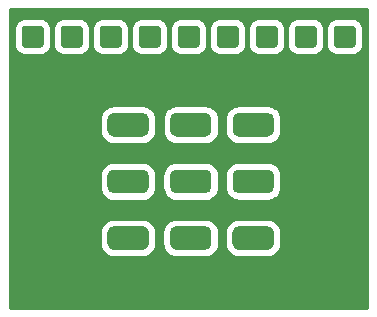
<source format=gbr>
%TF.GenerationSoftware,KiCad,Pcbnew,5.1.7*%
%TF.CreationDate,2020-10-03T21:56:47+01:00*%
%TF.ProjectId,3PDT,33504454-2e6b-4696-9361-645f70636258,V1.0*%
%TF.SameCoordinates,Original*%
%TF.FileFunction,Copper,L2,Bot*%
%TF.FilePolarity,Positive*%
%FSLAX46Y46*%
G04 Gerber Fmt 4.6, Leading zero omitted, Abs format (unit mm)*
G04 Created by KiCad (PCBNEW 5.1.7) date 2020-10-03 21:56:47*
%MOMM*%
%LPD*%
G01*
G04 APERTURE LIST*
%TA.AperFunction,NonConductor*%
%ADD10C,0.254000*%
%TD*%
%TA.AperFunction,NonConductor*%
%ADD11C,0.100000*%
%TD*%
G04 APERTURE END LIST*
%TO.P,J1,1*%
%TO.N,Net-(J1-Pad1)*%
%TA.AperFunction,ComponentPad*%
G36*
G01*
X126583000Y-67223001D02*
X126583000Y-65872999D01*
G75*
G02*
X126832999Y-65623000I249999J0D01*
G01*
X128183001Y-65623000D01*
G75*
G02*
X128433000Y-65872999I0J-249999D01*
G01*
X128433000Y-67223001D01*
G75*
G02*
X128183001Y-67473000I-249999J0D01*
G01*
X126832999Y-67473000D01*
G75*
G02*
X126583000Y-67223001I0J249999D01*
G01*
G37*
%TD.AperFunction*%
%TD*%
%TO.P,J2,1*%
%TO.N,Net-(J2-Pad1)*%
%TA.AperFunction,ComponentPad*%
G36*
G01*
X129885000Y-67223001D02*
X129885000Y-65872999D01*
G75*
G02*
X130134999Y-65623000I249999J0D01*
G01*
X131485001Y-65623000D01*
G75*
G02*
X131735000Y-65872999I0J-249999D01*
G01*
X131735000Y-67223001D01*
G75*
G02*
X131485001Y-67473000I-249999J0D01*
G01*
X130134999Y-67473000D01*
G75*
G02*
X129885000Y-67223001I0J249999D01*
G01*
G37*
%TD.AperFunction*%
%TD*%
%TO.P,J3,1*%
%TO.N,Net-(J3-Pad1)*%
%TA.AperFunction,ComponentPad*%
G36*
G01*
X133187000Y-67223001D02*
X133187000Y-65872999D01*
G75*
G02*
X133436999Y-65623000I249999J0D01*
G01*
X134787001Y-65623000D01*
G75*
G02*
X135037000Y-65872999I0J-249999D01*
G01*
X135037000Y-67223001D01*
G75*
G02*
X134787001Y-67473000I-249999J0D01*
G01*
X133436999Y-67473000D01*
G75*
G02*
X133187000Y-67223001I0J249999D01*
G01*
G37*
%TD.AperFunction*%
%TD*%
%TO.P,J4,1*%
%TO.N,Net-(J4-Pad1)*%
%TA.AperFunction,ComponentPad*%
G36*
G01*
X136489000Y-67223001D02*
X136489000Y-65872999D01*
G75*
G02*
X136738999Y-65623000I249999J0D01*
G01*
X138089001Y-65623000D01*
G75*
G02*
X138339000Y-65872999I0J-249999D01*
G01*
X138339000Y-67223001D01*
G75*
G02*
X138089001Y-67473000I-249999J0D01*
G01*
X136738999Y-67473000D01*
G75*
G02*
X136489000Y-67223001I0J249999D01*
G01*
G37*
%TD.AperFunction*%
%TD*%
%TO.P,J5,1*%
%TO.N,Net-(J5-Pad1)*%
%TA.AperFunction,ComponentPad*%
G36*
G01*
X139791000Y-67223001D02*
X139791000Y-65872999D01*
G75*
G02*
X140040999Y-65623000I249999J0D01*
G01*
X141391001Y-65623000D01*
G75*
G02*
X141641000Y-65872999I0J-249999D01*
G01*
X141641000Y-67223001D01*
G75*
G02*
X141391001Y-67473000I-249999J0D01*
G01*
X140040999Y-67473000D01*
G75*
G02*
X139791000Y-67223001I0J249999D01*
G01*
G37*
%TD.AperFunction*%
%TD*%
%TO.P,J6,1*%
%TO.N,Net-(J6-Pad1)*%
%TA.AperFunction,ComponentPad*%
G36*
G01*
X143093000Y-67223001D02*
X143093000Y-65872999D01*
G75*
G02*
X143342999Y-65623000I249999J0D01*
G01*
X144693001Y-65623000D01*
G75*
G02*
X144943000Y-65872999I0J-249999D01*
G01*
X144943000Y-67223001D01*
G75*
G02*
X144693001Y-67473000I-249999J0D01*
G01*
X143342999Y-67473000D01*
G75*
G02*
X143093000Y-67223001I0J249999D01*
G01*
G37*
%TD.AperFunction*%
%TD*%
%TO.P,J7,1*%
%TO.N,Net-(J7-Pad1)*%
%TA.AperFunction,ComponentPad*%
G36*
G01*
X146395000Y-67223001D02*
X146395000Y-65872999D01*
G75*
G02*
X146644999Y-65623000I249999J0D01*
G01*
X147995001Y-65623000D01*
G75*
G02*
X148245000Y-65872999I0J-249999D01*
G01*
X148245000Y-67223001D01*
G75*
G02*
X147995001Y-67473000I-249999J0D01*
G01*
X146644999Y-67473000D01*
G75*
G02*
X146395000Y-67223001I0J249999D01*
G01*
G37*
%TD.AperFunction*%
%TD*%
%TO.P,J8,1*%
%TO.N,Net-(J8-Pad1)*%
%TA.AperFunction,ComponentPad*%
G36*
G01*
X149697000Y-67223001D02*
X149697000Y-65872999D01*
G75*
G02*
X149946999Y-65623000I249999J0D01*
G01*
X151297001Y-65623000D01*
G75*
G02*
X151547000Y-65872999I0J-249999D01*
G01*
X151547000Y-67223001D01*
G75*
G02*
X151297001Y-67473000I-249999J0D01*
G01*
X149946999Y-67473000D01*
G75*
G02*
X149697000Y-67223001I0J249999D01*
G01*
G37*
%TD.AperFunction*%
%TD*%
%TO.P,J9,1*%
%TO.N,Net-(J9-Pad1)*%
%TA.AperFunction,ComponentPad*%
G36*
G01*
X152999000Y-67223001D02*
X152999000Y-65872999D01*
G75*
G02*
X153248999Y-65623000I249999J0D01*
G01*
X154599001Y-65623000D01*
G75*
G02*
X154849000Y-65872999I0J-249999D01*
G01*
X154849000Y-67223001D01*
G75*
G02*
X154599001Y-67473000I-249999J0D01*
G01*
X153248999Y-67473000D01*
G75*
G02*
X152999000Y-67223001I0J249999D01*
G01*
G37*
%TD.AperFunction*%
%TD*%
%TO.P,sw1,A1*%
%TO.N,Net-(J1-Pad1)*%
%TA.AperFunction,ComponentPad*%
G36*
G01*
X133840280Y-74498420D02*
X133840280Y-73498420D01*
G75*
G02*
X134340280Y-72998420I500000J0D01*
G01*
X136840280Y-72998420D01*
G75*
G02*
X137340280Y-73498420I0J-500000D01*
G01*
X137340280Y-74498420D01*
G75*
G02*
X136840280Y-74998420I-500000J0D01*
G01*
X134340280Y-74998420D01*
G75*
G02*
X133840280Y-74498420I0J500000D01*
G01*
G37*
%TD.AperFunction*%
%TO.P,sw1,A2*%
%TO.N,Net-(J2-Pad1)*%
%TA.AperFunction,ComponentPad*%
G36*
G01*
X133837740Y-79299020D02*
X133837740Y-78299020D01*
G75*
G02*
X134337740Y-77799020I500000J0D01*
G01*
X136837740Y-77799020D01*
G75*
G02*
X137337740Y-78299020I0J-500000D01*
G01*
X137337740Y-79299020D01*
G75*
G02*
X136837740Y-79799020I-500000J0D01*
G01*
X134337740Y-79799020D01*
G75*
G02*
X133837740Y-79299020I0J500000D01*
G01*
G37*
%TD.AperFunction*%
%TO.P,sw1,A3*%
%TO.N,Net-(J3-Pad1)*%
%TA.AperFunction,ComponentPad*%
G36*
G01*
X133838720Y-84093940D02*
X133838720Y-83093940D01*
G75*
G02*
X134338720Y-82593940I500000J0D01*
G01*
X136838720Y-82593940D01*
G75*
G02*
X137338720Y-83093940I0J-500000D01*
G01*
X137338720Y-84093940D01*
G75*
G02*
X136838720Y-84593940I-500000J0D01*
G01*
X134338720Y-84593940D01*
G75*
G02*
X133838720Y-84093940I0J500000D01*
G01*
G37*
%TD.AperFunction*%
%TO.P,sw1,B1*%
%TO.N,Net-(J4-Pad1)*%
%TA.AperFunction,ComponentPad*%
G36*
G01*
X139138720Y-74495880D02*
X139138720Y-73495880D01*
G75*
G02*
X139638720Y-72995880I500000J0D01*
G01*
X142138720Y-72995880D01*
G75*
G02*
X142638720Y-73495880I0J-500000D01*
G01*
X142638720Y-74495880D01*
G75*
G02*
X142138720Y-74995880I-500000J0D01*
G01*
X139638720Y-74995880D01*
G75*
G02*
X139138720Y-74495880I0J500000D01*
G01*
G37*
%TD.AperFunction*%
%TO.P,sw1,C2*%
%TO.N,Net-(J8-Pad1)*%
%TA.AperFunction,ComponentPad*%
G36*
G01*
X144432080Y-79295880D02*
X144432080Y-78295880D01*
G75*
G02*
X144932080Y-77795880I500000J0D01*
G01*
X147432080Y-77795880D01*
G75*
G02*
X147932080Y-78295880I0J-500000D01*
G01*
X147932080Y-79295880D01*
G75*
G02*
X147432080Y-79795880I-500000J0D01*
G01*
X144932080Y-79795880D01*
G75*
G02*
X144432080Y-79295880I0J500000D01*
G01*
G37*
%TD.AperFunction*%
%TO.P,sw1,B2*%
%TO.N,Net-(J5-Pad1)*%
%TA.AperFunction,ComponentPad*%
G36*
G01*
X139134520Y-79298420D02*
X139134520Y-78298420D01*
G75*
G02*
X139634520Y-77798420I500000J0D01*
G01*
X142134520Y-77798420D01*
G75*
G02*
X142634520Y-78298420I0J-500000D01*
G01*
X142634520Y-79298420D01*
G75*
G02*
X142134520Y-79798420I-500000J0D01*
G01*
X139634520Y-79798420D01*
G75*
G02*
X139134520Y-79298420I0J500000D01*
G01*
G37*
%TD.AperFunction*%
%TO.P,sw1,B3*%
%TO.N,Net-(J6-Pad1)*%
%TA.AperFunction,ComponentPad*%
G36*
G01*
X139133640Y-84086320D02*
X139133640Y-83086320D01*
G75*
G02*
X139633640Y-82586320I500000J0D01*
G01*
X142133640Y-82586320D01*
G75*
G02*
X142633640Y-83086320I0J-500000D01*
G01*
X142633640Y-84086320D01*
G75*
G02*
X142133640Y-84586320I-500000J0D01*
G01*
X139633640Y-84586320D01*
G75*
G02*
X139133640Y-84086320I0J500000D01*
G01*
G37*
%TD.AperFunction*%
%TO.P,sw1,C3*%
%TO.N,Net-(J9-Pad1)*%
%TA.AperFunction,ComponentPad*%
G36*
G01*
X144424460Y-84096480D02*
X144424460Y-83096480D01*
G75*
G02*
X144924460Y-82596480I500000J0D01*
G01*
X147424460Y-82596480D01*
G75*
G02*
X147924460Y-83096480I0J-500000D01*
G01*
X147924460Y-84096480D01*
G75*
G02*
X147424460Y-84596480I-500000J0D01*
G01*
X144924460Y-84596480D01*
G75*
G02*
X144424460Y-84096480I0J500000D01*
G01*
G37*
%TD.AperFunction*%
%TO.P,sw1,C1*%
%TO.N,Net-(J7-Pad1)*%
%TA.AperFunction,ComponentPad*%
G36*
G01*
X144431240Y-74496480D02*
X144431240Y-73496480D01*
G75*
G02*
X144931240Y-72996480I500000J0D01*
G01*
X147431240Y-72996480D01*
G75*
G02*
X147931240Y-73496480I0J-500000D01*
G01*
X147931240Y-74496480D01*
G75*
G02*
X147431240Y-74996480I-500000J0D01*
G01*
X144931240Y-74996480D01*
G75*
G02*
X144431240Y-74496480I0J500000D01*
G01*
G37*
%TD.AperFunction*%
%TD*%
D10*
X155804001Y-89510000D02*
X125628000Y-89510000D01*
X125628000Y-83093940D01*
X133200648Y-83093940D01*
X133200648Y-84093940D01*
X133222516Y-84315967D01*
X133287279Y-84529461D01*
X133392448Y-84726219D01*
X133533982Y-84898678D01*
X133706441Y-85040212D01*
X133903199Y-85145381D01*
X134116693Y-85210144D01*
X134338720Y-85232012D01*
X136838720Y-85232012D01*
X137060747Y-85210144D01*
X137274241Y-85145381D01*
X137470999Y-85040212D01*
X137643458Y-84898678D01*
X137784992Y-84726219D01*
X137890161Y-84529461D01*
X137954924Y-84315967D01*
X137976792Y-84093940D01*
X137976792Y-83093940D01*
X137976042Y-83086320D01*
X138495568Y-83086320D01*
X138495568Y-84086320D01*
X138517436Y-84308347D01*
X138582199Y-84521841D01*
X138687368Y-84718599D01*
X138828902Y-84891058D01*
X139001361Y-85032592D01*
X139198119Y-85137761D01*
X139411613Y-85202524D01*
X139633640Y-85224392D01*
X142133640Y-85224392D01*
X142355667Y-85202524D01*
X142569161Y-85137761D01*
X142765919Y-85032592D01*
X142938378Y-84891058D01*
X143079912Y-84718599D01*
X143185081Y-84521841D01*
X143249844Y-84308347D01*
X143271712Y-84086320D01*
X143271712Y-83096480D01*
X143786388Y-83096480D01*
X143786388Y-84096480D01*
X143808256Y-84318507D01*
X143873019Y-84532001D01*
X143978188Y-84728759D01*
X144119722Y-84901218D01*
X144292181Y-85042752D01*
X144488939Y-85147921D01*
X144702433Y-85212684D01*
X144924460Y-85234552D01*
X147424460Y-85234552D01*
X147646487Y-85212684D01*
X147859981Y-85147921D01*
X148056739Y-85042752D01*
X148229198Y-84901218D01*
X148370732Y-84728759D01*
X148475901Y-84532001D01*
X148540664Y-84318507D01*
X148562532Y-84096480D01*
X148562532Y-83096480D01*
X148540664Y-82874453D01*
X148475901Y-82660959D01*
X148370732Y-82464201D01*
X148229198Y-82291742D01*
X148056739Y-82150208D01*
X147859981Y-82045039D01*
X147646487Y-81980276D01*
X147424460Y-81958408D01*
X144924460Y-81958408D01*
X144702433Y-81980276D01*
X144488939Y-82045039D01*
X144292181Y-82150208D01*
X144119722Y-82291742D01*
X143978188Y-82464201D01*
X143873019Y-82660959D01*
X143808256Y-82874453D01*
X143786388Y-83096480D01*
X143271712Y-83096480D01*
X143271712Y-83086320D01*
X143249844Y-82864293D01*
X143185081Y-82650799D01*
X143079912Y-82454041D01*
X142938378Y-82281582D01*
X142765919Y-82140048D01*
X142569161Y-82034879D01*
X142355667Y-81970116D01*
X142133640Y-81948248D01*
X139633640Y-81948248D01*
X139411613Y-81970116D01*
X139198119Y-82034879D01*
X139001361Y-82140048D01*
X138828902Y-82281582D01*
X138687368Y-82454041D01*
X138582199Y-82650799D01*
X138517436Y-82864293D01*
X138495568Y-83086320D01*
X137976042Y-83086320D01*
X137954924Y-82871913D01*
X137890161Y-82658419D01*
X137784992Y-82461661D01*
X137643458Y-82289202D01*
X137470999Y-82147668D01*
X137274241Y-82042499D01*
X137060747Y-81977736D01*
X136838720Y-81955868D01*
X134338720Y-81955868D01*
X134116693Y-81977736D01*
X133903199Y-82042499D01*
X133706441Y-82147668D01*
X133533982Y-82289202D01*
X133392448Y-82461661D01*
X133287279Y-82658419D01*
X133222516Y-82871913D01*
X133200648Y-83093940D01*
X125628000Y-83093940D01*
X125628000Y-78299020D01*
X133199668Y-78299020D01*
X133199668Y-79299020D01*
X133221536Y-79521047D01*
X133286299Y-79734541D01*
X133391468Y-79931299D01*
X133533002Y-80103758D01*
X133705461Y-80245292D01*
X133902219Y-80350461D01*
X134115713Y-80415224D01*
X134337740Y-80437092D01*
X136837740Y-80437092D01*
X137059767Y-80415224D01*
X137273261Y-80350461D01*
X137470019Y-80245292D01*
X137642478Y-80103758D01*
X137784012Y-79931299D01*
X137889181Y-79734541D01*
X137953944Y-79521047D01*
X137975812Y-79299020D01*
X137975812Y-78299020D01*
X137975753Y-78298420D01*
X138496448Y-78298420D01*
X138496448Y-79298420D01*
X138518316Y-79520447D01*
X138583079Y-79733941D01*
X138688248Y-79930699D01*
X138829782Y-80103158D01*
X139002241Y-80244692D01*
X139198999Y-80349861D01*
X139412493Y-80414624D01*
X139634520Y-80436492D01*
X142134520Y-80436492D01*
X142356547Y-80414624D01*
X142570041Y-80349861D01*
X142766799Y-80244692D01*
X142939258Y-80103158D01*
X143080792Y-79930699D01*
X143185961Y-79733941D01*
X143250724Y-79520447D01*
X143272592Y-79298420D01*
X143272592Y-78298420D01*
X143272342Y-78295880D01*
X143794008Y-78295880D01*
X143794008Y-79295880D01*
X143815876Y-79517907D01*
X143880639Y-79731401D01*
X143985808Y-79928159D01*
X144127342Y-80100618D01*
X144299801Y-80242152D01*
X144496559Y-80347321D01*
X144710053Y-80412084D01*
X144932080Y-80433952D01*
X147432080Y-80433952D01*
X147654107Y-80412084D01*
X147867601Y-80347321D01*
X148064359Y-80242152D01*
X148236818Y-80100618D01*
X148378352Y-79928159D01*
X148483521Y-79731401D01*
X148548284Y-79517907D01*
X148570152Y-79295880D01*
X148570152Y-78295880D01*
X148548284Y-78073853D01*
X148483521Y-77860359D01*
X148378352Y-77663601D01*
X148236818Y-77491142D01*
X148064359Y-77349608D01*
X147867601Y-77244439D01*
X147654107Y-77179676D01*
X147432080Y-77157808D01*
X144932080Y-77157808D01*
X144710053Y-77179676D01*
X144496559Y-77244439D01*
X144299801Y-77349608D01*
X144127342Y-77491142D01*
X143985808Y-77663601D01*
X143880639Y-77860359D01*
X143815876Y-78073853D01*
X143794008Y-78295880D01*
X143272342Y-78295880D01*
X143250724Y-78076393D01*
X143185961Y-77862899D01*
X143080792Y-77666141D01*
X142939258Y-77493682D01*
X142766799Y-77352148D01*
X142570041Y-77246979D01*
X142356547Y-77182216D01*
X142134520Y-77160348D01*
X139634520Y-77160348D01*
X139412493Y-77182216D01*
X139198999Y-77246979D01*
X139002241Y-77352148D01*
X138829782Y-77493682D01*
X138688248Y-77666141D01*
X138583079Y-77862899D01*
X138518316Y-78076393D01*
X138496448Y-78298420D01*
X137975753Y-78298420D01*
X137953944Y-78076993D01*
X137889181Y-77863499D01*
X137784012Y-77666741D01*
X137642478Y-77494282D01*
X137470019Y-77352748D01*
X137273261Y-77247579D01*
X137059767Y-77182816D01*
X136837740Y-77160948D01*
X134337740Y-77160948D01*
X134115713Y-77182816D01*
X133902219Y-77247579D01*
X133705461Y-77352748D01*
X133533002Y-77494282D01*
X133391468Y-77666741D01*
X133286299Y-77863499D01*
X133221536Y-78076993D01*
X133199668Y-78299020D01*
X125628000Y-78299020D01*
X125628000Y-73498420D01*
X133202208Y-73498420D01*
X133202208Y-74498420D01*
X133224076Y-74720447D01*
X133288839Y-74933941D01*
X133394008Y-75130699D01*
X133535542Y-75303158D01*
X133708001Y-75444692D01*
X133904759Y-75549861D01*
X134118253Y-75614624D01*
X134340280Y-75636492D01*
X136840280Y-75636492D01*
X137062307Y-75614624D01*
X137275801Y-75549861D01*
X137472559Y-75444692D01*
X137645018Y-75303158D01*
X137786552Y-75130699D01*
X137891721Y-74933941D01*
X137956484Y-74720447D01*
X137978352Y-74498420D01*
X137978352Y-73498420D01*
X137978102Y-73495880D01*
X138500648Y-73495880D01*
X138500648Y-74495880D01*
X138522516Y-74717907D01*
X138587279Y-74931401D01*
X138692448Y-75128159D01*
X138833982Y-75300618D01*
X139006441Y-75442152D01*
X139203199Y-75547321D01*
X139416693Y-75612084D01*
X139638720Y-75633952D01*
X142138720Y-75633952D01*
X142360747Y-75612084D01*
X142574241Y-75547321D01*
X142770999Y-75442152D01*
X142943458Y-75300618D01*
X143084992Y-75128159D01*
X143190161Y-74931401D01*
X143254924Y-74717907D01*
X143276792Y-74495880D01*
X143276792Y-73496480D01*
X143793168Y-73496480D01*
X143793168Y-74496480D01*
X143815036Y-74718507D01*
X143879799Y-74932001D01*
X143984968Y-75128759D01*
X144126502Y-75301218D01*
X144298961Y-75442752D01*
X144495719Y-75547921D01*
X144709213Y-75612684D01*
X144931240Y-75634552D01*
X147431240Y-75634552D01*
X147653267Y-75612684D01*
X147866761Y-75547921D01*
X148063519Y-75442752D01*
X148235978Y-75301218D01*
X148377512Y-75128759D01*
X148482681Y-74932001D01*
X148547444Y-74718507D01*
X148569312Y-74496480D01*
X148569312Y-73496480D01*
X148547444Y-73274453D01*
X148482681Y-73060959D01*
X148377512Y-72864201D01*
X148235978Y-72691742D01*
X148063519Y-72550208D01*
X147866761Y-72445039D01*
X147653267Y-72380276D01*
X147431240Y-72358408D01*
X144931240Y-72358408D01*
X144709213Y-72380276D01*
X144495719Y-72445039D01*
X144298961Y-72550208D01*
X144126502Y-72691742D01*
X143984968Y-72864201D01*
X143879799Y-73060959D01*
X143815036Y-73274453D01*
X143793168Y-73496480D01*
X143276792Y-73496480D01*
X143276792Y-73495880D01*
X143254924Y-73273853D01*
X143190161Y-73060359D01*
X143084992Y-72863601D01*
X142943458Y-72691142D01*
X142770999Y-72549608D01*
X142574241Y-72444439D01*
X142360747Y-72379676D01*
X142138720Y-72357808D01*
X139638720Y-72357808D01*
X139416693Y-72379676D01*
X139203199Y-72444439D01*
X139006441Y-72549608D01*
X138833982Y-72691142D01*
X138692448Y-72863601D01*
X138587279Y-73060359D01*
X138522516Y-73273853D01*
X138500648Y-73495880D01*
X137978102Y-73495880D01*
X137956484Y-73276393D01*
X137891721Y-73062899D01*
X137786552Y-72866141D01*
X137645018Y-72693682D01*
X137472559Y-72552148D01*
X137275801Y-72446979D01*
X137062307Y-72382216D01*
X136840280Y-72360348D01*
X134340280Y-72360348D01*
X134118253Y-72382216D01*
X133904759Y-72446979D01*
X133708001Y-72552148D01*
X133535542Y-72693682D01*
X133394008Y-72866141D01*
X133288839Y-73062899D01*
X133224076Y-73276393D01*
X133202208Y-73498420D01*
X125628000Y-73498420D01*
X125628000Y-65872999D01*
X125944928Y-65872999D01*
X125944928Y-67223001D01*
X125961992Y-67396255D01*
X126012528Y-67562851D01*
X126094595Y-67716387D01*
X126205038Y-67850962D01*
X126339613Y-67961405D01*
X126493149Y-68043472D01*
X126659745Y-68094008D01*
X126832999Y-68111072D01*
X128183001Y-68111072D01*
X128356255Y-68094008D01*
X128522851Y-68043472D01*
X128676387Y-67961405D01*
X128810962Y-67850962D01*
X128921405Y-67716387D01*
X129003472Y-67562851D01*
X129054008Y-67396255D01*
X129071072Y-67223001D01*
X129071072Y-65872999D01*
X129246928Y-65872999D01*
X129246928Y-67223001D01*
X129263992Y-67396255D01*
X129314528Y-67562851D01*
X129396595Y-67716387D01*
X129507038Y-67850962D01*
X129641613Y-67961405D01*
X129795149Y-68043472D01*
X129961745Y-68094008D01*
X130134999Y-68111072D01*
X131485001Y-68111072D01*
X131658255Y-68094008D01*
X131824851Y-68043472D01*
X131978387Y-67961405D01*
X132112962Y-67850962D01*
X132223405Y-67716387D01*
X132305472Y-67562851D01*
X132356008Y-67396255D01*
X132373072Y-67223001D01*
X132373072Y-65872999D01*
X132548928Y-65872999D01*
X132548928Y-67223001D01*
X132565992Y-67396255D01*
X132616528Y-67562851D01*
X132698595Y-67716387D01*
X132809038Y-67850962D01*
X132943613Y-67961405D01*
X133097149Y-68043472D01*
X133263745Y-68094008D01*
X133436999Y-68111072D01*
X134787001Y-68111072D01*
X134960255Y-68094008D01*
X135126851Y-68043472D01*
X135280387Y-67961405D01*
X135414962Y-67850962D01*
X135525405Y-67716387D01*
X135607472Y-67562851D01*
X135658008Y-67396255D01*
X135675072Y-67223001D01*
X135675072Y-65872999D01*
X135850928Y-65872999D01*
X135850928Y-67223001D01*
X135867992Y-67396255D01*
X135918528Y-67562851D01*
X136000595Y-67716387D01*
X136111038Y-67850962D01*
X136245613Y-67961405D01*
X136399149Y-68043472D01*
X136565745Y-68094008D01*
X136738999Y-68111072D01*
X138089001Y-68111072D01*
X138262255Y-68094008D01*
X138428851Y-68043472D01*
X138582387Y-67961405D01*
X138716962Y-67850962D01*
X138827405Y-67716387D01*
X138909472Y-67562851D01*
X138960008Y-67396255D01*
X138977072Y-67223001D01*
X138977072Y-65872999D01*
X139152928Y-65872999D01*
X139152928Y-67223001D01*
X139169992Y-67396255D01*
X139220528Y-67562851D01*
X139302595Y-67716387D01*
X139413038Y-67850962D01*
X139547613Y-67961405D01*
X139701149Y-68043472D01*
X139867745Y-68094008D01*
X140040999Y-68111072D01*
X141391001Y-68111072D01*
X141564255Y-68094008D01*
X141730851Y-68043472D01*
X141884387Y-67961405D01*
X142018962Y-67850962D01*
X142129405Y-67716387D01*
X142211472Y-67562851D01*
X142262008Y-67396255D01*
X142279072Y-67223001D01*
X142279072Y-65872999D01*
X142454928Y-65872999D01*
X142454928Y-67223001D01*
X142471992Y-67396255D01*
X142522528Y-67562851D01*
X142604595Y-67716387D01*
X142715038Y-67850962D01*
X142849613Y-67961405D01*
X143003149Y-68043472D01*
X143169745Y-68094008D01*
X143342999Y-68111072D01*
X144693001Y-68111072D01*
X144866255Y-68094008D01*
X145032851Y-68043472D01*
X145186387Y-67961405D01*
X145320962Y-67850962D01*
X145431405Y-67716387D01*
X145513472Y-67562851D01*
X145564008Y-67396255D01*
X145581072Y-67223001D01*
X145581072Y-65872999D01*
X145756928Y-65872999D01*
X145756928Y-67223001D01*
X145773992Y-67396255D01*
X145824528Y-67562851D01*
X145906595Y-67716387D01*
X146017038Y-67850962D01*
X146151613Y-67961405D01*
X146305149Y-68043472D01*
X146471745Y-68094008D01*
X146644999Y-68111072D01*
X147995001Y-68111072D01*
X148168255Y-68094008D01*
X148334851Y-68043472D01*
X148488387Y-67961405D01*
X148622962Y-67850962D01*
X148733405Y-67716387D01*
X148815472Y-67562851D01*
X148866008Y-67396255D01*
X148883072Y-67223001D01*
X148883072Y-65872999D01*
X149058928Y-65872999D01*
X149058928Y-67223001D01*
X149075992Y-67396255D01*
X149126528Y-67562851D01*
X149208595Y-67716387D01*
X149319038Y-67850962D01*
X149453613Y-67961405D01*
X149607149Y-68043472D01*
X149773745Y-68094008D01*
X149946999Y-68111072D01*
X151297001Y-68111072D01*
X151470255Y-68094008D01*
X151636851Y-68043472D01*
X151790387Y-67961405D01*
X151924962Y-67850962D01*
X152035405Y-67716387D01*
X152117472Y-67562851D01*
X152168008Y-67396255D01*
X152185072Y-67223001D01*
X152185072Y-65872999D01*
X152360928Y-65872999D01*
X152360928Y-67223001D01*
X152377992Y-67396255D01*
X152428528Y-67562851D01*
X152510595Y-67716387D01*
X152621038Y-67850962D01*
X152755613Y-67961405D01*
X152909149Y-68043472D01*
X153075745Y-68094008D01*
X153248999Y-68111072D01*
X154599001Y-68111072D01*
X154772255Y-68094008D01*
X154938851Y-68043472D01*
X155092387Y-67961405D01*
X155226962Y-67850962D01*
X155337405Y-67716387D01*
X155419472Y-67562851D01*
X155470008Y-67396255D01*
X155487072Y-67223001D01*
X155487072Y-65872999D01*
X155470008Y-65699745D01*
X155419472Y-65533149D01*
X155337405Y-65379613D01*
X155226962Y-65245038D01*
X155092387Y-65134595D01*
X154938851Y-65052528D01*
X154772255Y-65001992D01*
X154599001Y-64984928D01*
X153248999Y-64984928D01*
X153075745Y-65001992D01*
X152909149Y-65052528D01*
X152755613Y-65134595D01*
X152621038Y-65245038D01*
X152510595Y-65379613D01*
X152428528Y-65533149D01*
X152377992Y-65699745D01*
X152360928Y-65872999D01*
X152185072Y-65872999D01*
X152168008Y-65699745D01*
X152117472Y-65533149D01*
X152035405Y-65379613D01*
X151924962Y-65245038D01*
X151790387Y-65134595D01*
X151636851Y-65052528D01*
X151470255Y-65001992D01*
X151297001Y-64984928D01*
X149946999Y-64984928D01*
X149773745Y-65001992D01*
X149607149Y-65052528D01*
X149453613Y-65134595D01*
X149319038Y-65245038D01*
X149208595Y-65379613D01*
X149126528Y-65533149D01*
X149075992Y-65699745D01*
X149058928Y-65872999D01*
X148883072Y-65872999D01*
X148866008Y-65699745D01*
X148815472Y-65533149D01*
X148733405Y-65379613D01*
X148622962Y-65245038D01*
X148488387Y-65134595D01*
X148334851Y-65052528D01*
X148168255Y-65001992D01*
X147995001Y-64984928D01*
X146644999Y-64984928D01*
X146471745Y-65001992D01*
X146305149Y-65052528D01*
X146151613Y-65134595D01*
X146017038Y-65245038D01*
X145906595Y-65379613D01*
X145824528Y-65533149D01*
X145773992Y-65699745D01*
X145756928Y-65872999D01*
X145581072Y-65872999D01*
X145564008Y-65699745D01*
X145513472Y-65533149D01*
X145431405Y-65379613D01*
X145320962Y-65245038D01*
X145186387Y-65134595D01*
X145032851Y-65052528D01*
X144866255Y-65001992D01*
X144693001Y-64984928D01*
X143342999Y-64984928D01*
X143169745Y-65001992D01*
X143003149Y-65052528D01*
X142849613Y-65134595D01*
X142715038Y-65245038D01*
X142604595Y-65379613D01*
X142522528Y-65533149D01*
X142471992Y-65699745D01*
X142454928Y-65872999D01*
X142279072Y-65872999D01*
X142262008Y-65699745D01*
X142211472Y-65533149D01*
X142129405Y-65379613D01*
X142018962Y-65245038D01*
X141884387Y-65134595D01*
X141730851Y-65052528D01*
X141564255Y-65001992D01*
X141391001Y-64984928D01*
X140040999Y-64984928D01*
X139867745Y-65001992D01*
X139701149Y-65052528D01*
X139547613Y-65134595D01*
X139413038Y-65245038D01*
X139302595Y-65379613D01*
X139220528Y-65533149D01*
X139169992Y-65699745D01*
X139152928Y-65872999D01*
X138977072Y-65872999D01*
X138960008Y-65699745D01*
X138909472Y-65533149D01*
X138827405Y-65379613D01*
X138716962Y-65245038D01*
X138582387Y-65134595D01*
X138428851Y-65052528D01*
X138262255Y-65001992D01*
X138089001Y-64984928D01*
X136738999Y-64984928D01*
X136565745Y-65001992D01*
X136399149Y-65052528D01*
X136245613Y-65134595D01*
X136111038Y-65245038D01*
X136000595Y-65379613D01*
X135918528Y-65533149D01*
X135867992Y-65699745D01*
X135850928Y-65872999D01*
X135675072Y-65872999D01*
X135658008Y-65699745D01*
X135607472Y-65533149D01*
X135525405Y-65379613D01*
X135414962Y-65245038D01*
X135280387Y-65134595D01*
X135126851Y-65052528D01*
X134960255Y-65001992D01*
X134787001Y-64984928D01*
X133436999Y-64984928D01*
X133263745Y-65001992D01*
X133097149Y-65052528D01*
X132943613Y-65134595D01*
X132809038Y-65245038D01*
X132698595Y-65379613D01*
X132616528Y-65533149D01*
X132565992Y-65699745D01*
X132548928Y-65872999D01*
X132373072Y-65872999D01*
X132356008Y-65699745D01*
X132305472Y-65533149D01*
X132223405Y-65379613D01*
X132112962Y-65245038D01*
X131978387Y-65134595D01*
X131824851Y-65052528D01*
X131658255Y-65001992D01*
X131485001Y-64984928D01*
X130134999Y-64984928D01*
X129961745Y-65001992D01*
X129795149Y-65052528D01*
X129641613Y-65134595D01*
X129507038Y-65245038D01*
X129396595Y-65379613D01*
X129314528Y-65533149D01*
X129263992Y-65699745D01*
X129246928Y-65872999D01*
X129071072Y-65872999D01*
X129054008Y-65699745D01*
X129003472Y-65533149D01*
X128921405Y-65379613D01*
X128810962Y-65245038D01*
X128676387Y-65134595D01*
X128522851Y-65052528D01*
X128356255Y-65001992D01*
X128183001Y-64984928D01*
X126832999Y-64984928D01*
X126659745Y-65001992D01*
X126493149Y-65052528D01*
X126339613Y-65134595D01*
X126205038Y-65245038D01*
X126094595Y-65379613D01*
X126012528Y-65533149D01*
X125961992Y-65699745D01*
X125944928Y-65872999D01*
X125628000Y-65872999D01*
X125628000Y-64160000D01*
X155804000Y-64160000D01*
X155804001Y-89510000D01*
%TA.AperFunction,NonConductor*%
D11*
G36*
X155804001Y-89510000D02*
G01*
X125628000Y-89510000D01*
X125628000Y-83093940D01*
X133200648Y-83093940D01*
X133200648Y-84093940D01*
X133222516Y-84315967D01*
X133287279Y-84529461D01*
X133392448Y-84726219D01*
X133533982Y-84898678D01*
X133706441Y-85040212D01*
X133903199Y-85145381D01*
X134116693Y-85210144D01*
X134338720Y-85232012D01*
X136838720Y-85232012D01*
X137060747Y-85210144D01*
X137274241Y-85145381D01*
X137470999Y-85040212D01*
X137643458Y-84898678D01*
X137784992Y-84726219D01*
X137890161Y-84529461D01*
X137954924Y-84315967D01*
X137976792Y-84093940D01*
X137976792Y-83093940D01*
X137976042Y-83086320D01*
X138495568Y-83086320D01*
X138495568Y-84086320D01*
X138517436Y-84308347D01*
X138582199Y-84521841D01*
X138687368Y-84718599D01*
X138828902Y-84891058D01*
X139001361Y-85032592D01*
X139198119Y-85137761D01*
X139411613Y-85202524D01*
X139633640Y-85224392D01*
X142133640Y-85224392D01*
X142355667Y-85202524D01*
X142569161Y-85137761D01*
X142765919Y-85032592D01*
X142938378Y-84891058D01*
X143079912Y-84718599D01*
X143185081Y-84521841D01*
X143249844Y-84308347D01*
X143271712Y-84086320D01*
X143271712Y-83096480D01*
X143786388Y-83096480D01*
X143786388Y-84096480D01*
X143808256Y-84318507D01*
X143873019Y-84532001D01*
X143978188Y-84728759D01*
X144119722Y-84901218D01*
X144292181Y-85042752D01*
X144488939Y-85147921D01*
X144702433Y-85212684D01*
X144924460Y-85234552D01*
X147424460Y-85234552D01*
X147646487Y-85212684D01*
X147859981Y-85147921D01*
X148056739Y-85042752D01*
X148229198Y-84901218D01*
X148370732Y-84728759D01*
X148475901Y-84532001D01*
X148540664Y-84318507D01*
X148562532Y-84096480D01*
X148562532Y-83096480D01*
X148540664Y-82874453D01*
X148475901Y-82660959D01*
X148370732Y-82464201D01*
X148229198Y-82291742D01*
X148056739Y-82150208D01*
X147859981Y-82045039D01*
X147646487Y-81980276D01*
X147424460Y-81958408D01*
X144924460Y-81958408D01*
X144702433Y-81980276D01*
X144488939Y-82045039D01*
X144292181Y-82150208D01*
X144119722Y-82291742D01*
X143978188Y-82464201D01*
X143873019Y-82660959D01*
X143808256Y-82874453D01*
X143786388Y-83096480D01*
X143271712Y-83096480D01*
X143271712Y-83086320D01*
X143249844Y-82864293D01*
X143185081Y-82650799D01*
X143079912Y-82454041D01*
X142938378Y-82281582D01*
X142765919Y-82140048D01*
X142569161Y-82034879D01*
X142355667Y-81970116D01*
X142133640Y-81948248D01*
X139633640Y-81948248D01*
X139411613Y-81970116D01*
X139198119Y-82034879D01*
X139001361Y-82140048D01*
X138828902Y-82281582D01*
X138687368Y-82454041D01*
X138582199Y-82650799D01*
X138517436Y-82864293D01*
X138495568Y-83086320D01*
X137976042Y-83086320D01*
X137954924Y-82871913D01*
X137890161Y-82658419D01*
X137784992Y-82461661D01*
X137643458Y-82289202D01*
X137470999Y-82147668D01*
X137274241Y-82042499D01*
X137060747Y-81977736D01*
X136838720Y-81955868D01*
X134338720Y-81955868D01*
X134116693Y-81977736D01*
X133903199Y-82042499D01*
X133706441Y-82147668D01*
X133533982Y-82289202D01*
X133392448Y-82461661D01*
X133287279Y-82658419D01*
X133222516Y-82871913D01*
X133200648Y-83093940D01*
X125628000Y-83093940D01*
X125628000Y-78299020D01*
X133199668Y-78299020D01*
X133199668Y-79299020D01*
X133221536Y-79521047D01*
X133286299Y-79734541D01*
X133391468Y-79931299D01*
X133533002Y-80103758D01*
X133705461Y-80245292D01*
X133902219Y-80350461D01*
X134115713Y-80415224D01*
X134337740Y-80437092D01*
X136837740Y-80437092D01*
X137059767Y-80415224D01*
X137273261Y-80350461D01*
X137470019Y-80245292D01*
X137642478Y-80103758D01*
X137784012Y-79931299D01*
X137889181Y-79734541D01*
X137953944Y-79521047D01*
X137975812Y-79299020D01*
X137975812Y-78299020D01*
X137975753Y-78298420D01*
X138496448Y-78298420D01*
X138496448Y-79298420D01*
X138518316Y-79520447D01*
X138583079Y-79733941D01*
X138688248Y-79930699D01*
X138829782Y-80103158D01*
X139002241Y-80244692D01*
X139198999Y-80349861D01*
X139412493Y-80414624D01*
X139634520Y-80436492D01*
X142134520Y-80436492D01*
X142356547Y-80414624D01*
X142570041Y-80349861D01*
X142766799Y-80244692D01*
X142939258Y-80103158D01*
X143080792Y-79930699D01*
X143185961Y-79733941D01*
X143250724Y-79520447D01*
X143272592Y-79298420D01*
X143272592Y-78298420D01*
X143272342Y-78295880D01*
X143794008Y-78295880D01*
X143794008Y-79295880D01*
X143815876Y-79517907D01*
X143880639Y-79731401D01*
X143985808Y-79928159D01*
X144127342Y-80100618D01*
X144299801Y-80242152D01*
X144496559Y-80347321D01*
X144710053Y-80412084D01*
X144932080Y-80433952D01*
X147432080Y-80433952D01*
X147654107Y-80412084D01*
X147867601Y-80347321D01*
X148064359Y-80242152D01*
X148236818Y-80100618D01*
X148378352Y-79928159D01*
X148483521Y-79731401D01*
X148548284Y-79517907D01*
X148570152Y-79295880D01*
X148570152Y-78295880D01*
X148548284Y-78073853D01*
X148483521Y-77860359D01*
X148378352Y-77663601D01*
X148236818Y-77491142D01*
X148064359Y-77349608D01*
X147867601Y-77244439D01*
X147654107Y-77179676D01*
X147432080Y-77157808D01*
X144932080Y-77157808D01*
X144710053Y-77179676D01*
X144496559Y-77244439D01*
X144299801Y-77349608D01*
X144127342Y-77491142D01*
X143985808Y-77663601D01*
X143880639Y-77860359D01*
X143815876Y-78073853D01*
X143794008Y-78295880D01*
X143272342Y-78295880D01*
X143250724Y-78076393D01*
X143185961Y-77862899D01*
X143080792Y-77666141D01*
X142939258Y-77493682D01*
X142766799Y-77352148D01*
X142570041Y-77246979D01*
X142356547Y-77182216D01*
X142134520Y-77160348D01*
X139634520Y-77160348D01*
X139412493Y-77182216D01*
X139198999Y-77246979D01*
X139002241Y-77352148D01*
X138829782Y-77493682D01*
X138688248Y-77666141D01*
X138583079Y-77862899D01*
X138518316Y-78076393D01*
X138496448Y-78298420D01*
X137975753Y-78298420D01*
X137953944Y-78076993D01*
X137889181Y-77863499D01*
X137784012Y-77666741D01*
X137642478Y-77494282D01*
X137470019Y-77352748D01*
X137273261Y-77247579D01*
X137059767Y-77182816D01*
X136837740Y-77160948D01*
X134337740Y-77160948D01*
X134115713Y-77182816D01*
X133902219Y-77247579D01*
X133705461Y-77352748D01*
X133533002Y-77494282D01*
X133391468Y-77666741D01*
X133286299Y-77863499D01*
X133221536Y-78076993D01*
X133199668Y-78299020D01*
X125628000Y-78299020D01*
X125628000Y-73498420D01*
X133202208Y-73498420D01*
X133202208Y-74498420D01*
X133224076Y-74720447D01*
X133288839Y-74933941D01*
X133394008Y-75130699D01*
X133535542Y-75303158D01*
X133708001Y-75444692D01*
X133904759Y-75549861D01*
X134118253Y-75614624D01*
X134340280Y-75636492D01*
X136840280Y-75636492D01*
X137062307Y-75614624D01*
X137275801Y-75549861D01*
X137472559Y-75444692D01*
X137645018Y-75303158D01*
X137786552Y-75130699D01*
X137891721Y-74933941D01*
X137956484Y-74720447D01*
X137978352Y-74498420D01*
X137978352Y-73498420D01*
X137978102Y-73495880D01*
X138500648Y-73495880D01*
X138500648Y-74495880D01*
X138522516Y-74717907D01*
X138587279Y-74931401D01*
X138692448Y-75128159D01*
X138833982Y-75300618D01*
X139006441Y-75442152D01*
X139203199Y-75547321D01*
X139416693Y-75612084D01*
X139638720Y-75633952D01*
X142138720Y-75633952D01*
X142360747Y-75612084D01*
X142574241Y-75547321D01*
X142770999Y-75442152D01*
X142943458Y-75300618D01*
X143084992Y-75128159D01*
X143190161Y-74931401D01*
X143254924Y-74717907D01*
X143276792Y-74495880D01*
X143276792Y-73496480D01*
X143793168Y-73496480D01*
X143793168Y-74496480D01*
X143815036Y-74718507D01*
X143879799Y-74932001D01*
X143984968Y-75128759D01*
X144126502Y-75301218D01*
X144298961Y-75442752D01*
X144495719Y-75547921D01*
X144709213Y-75612684D01*
X144931240Y-75634552D01*
X147431240Y-75634552D01*
X147653267Y-75612684D01*
X147866761Y-75547921D01*
X148063519Y-75442752D01*
X148235978Y-75301218D01*
X148377512Y-75128759D01*
X148482681Y-74932001D01*
X148547444Y-74718507D01*
X148569312Y-74496480D01*
X148569312Y-73496480D01*
X148547444Y-73274453D01*
X148482681Y-73060959D01*
X148377512Y-72864201D01*
X148235978Y-72691742D01*
X148063519Y-72550208D01*
X147866761Y-72445039D01*
X147653267Y-72380276D01*
X147431240Y-72358408D01*
X144931240Y-72358408D01*
X144709213Y-72380276D01*
X144495719Y-72445039D01*
X144298961Y-72550208D01*
X144126502Y-72691742D01*
X143984968Y-72864201D01*
X143879799Y-73060959D01*
X143815036Y-73274453D01*
X143793168Y-73496480D01*
X143276792Y-73496480D01*
X143276792Y-73495880D01*
X143254924Y-73273853D01*
X143190161Y-73060359D01*
X143084992Y-72863601D01*
X142943458Y-72691142D01*
X142770999Y-72549608D01*
X142574241Y-72444439D01*
X142360747Y-72379676D01*
X142138720Y-72357808D01*
X139638720Y-72357808D01*
X139416693Y-72379676D01*
X139203199Y-72444439D01*
X139006441Y-72549608D01*
X138833982Y-72691142D01*
X138692448Y-72863601D01*
X138587279Y-73060359D01*
X138522516Y-73273853D01*
X138500648Y-73495880D01*
X137978102Y-73495880D01*
X137956484Y-73276393D01*
X137891721Y-73062899D01*
X137786552Y-72866141D01*
X137645018Y-72693682D01*
X137472559Y-72552148D01*
X137275801Y-72446979D01*
X137062307Y-72382216D01*
X136840280Y-72360348D01*
X134340280Y-72360348D01*
X134118253Y-72382216D01*
X133904759Y-72446979D01*
X133708001Y-72552148D01*
X133535542Y-72693682D01*
X133394008Y-72866141D01*
X133288839Y-73062899D01*
X133224076Y-73276393D01*
X133202208Y-73498420D01*
X125628000Y-73498420D01*
X125628000Y-65872999D01*
X125944928Y-65872999D01*
X125944928Y-67223001D01*
X125961992Y-67396255D01*
X126012528Y-67562851D01*
X126094595Y-67716387D01*
X126205038Y-67850962D01*
X126339613Y-67961405D01*
X126493149Y-68043472D01*
X126659745Y-68094008D01*
X126832999Y-68111072D01*
X128183001Y-68111072D01*
X128356255Y-68094008D01*
X128522851Y-68043472D01*
X128676387Y-67961405D01*
X128810962Y-67850962D01*
X128921405Y-67716387D01*
X129003472Y-67562851D01*
X129054008Y-67396255D01*
X129071072Y-67223001D01*
X129071072Y-65872999D01*
X129246928Y-65872999D01*
X129246928Y-67223001D01*
X129263992Y-67396255D01*
X129314528Y-67562851D01*
X129396595Y-67716387D01*
X129507038Y-67850962D01*
X129641613Y-67961405D01*
X129795149Y-68043472D01*
X129961745Y-68094008D01*
X130134999Y-68111072D01*
X131485001Y-68111072D01*
X131658255Y-68094008D01*
X131824851Y-68043472D01*
X131978387Y-67961405D01*
X132112962Y-67850962D01*
X132223405Y-67716387D01*
X132305472Y-67562851D01*
X132356008Y-67396255D01*
X132373072Y-67223001D01*
X132373072Y-65872999D01*
X132548928Y-65872999D01*
X132548928Y-67223001D01*
X132565992Y-67396255D01*
X132616528Y-67562851D01*
X132698595Y-67716387D01*
X132809038Y-67850962D01*
X132943613Y-67961405D01*
X133097149Y-68043472D01*
X133263745Y-68094008D01*
X133436999Y-68111072D01*
X134787001Y-68111072D01*
X134960255Y-68094008D01*
X135126851Y-68043472D01*
X135280387Y-67961405D01*
X135414962Y-67850962D01*
X135525405Y-67716387D01*
X135607472Y-67562851D01*
X135658008Y-67396255D01*
X135675072Y-67223001D01*
X135675072Y-65872999D01*
X135850928Y-65872999D01*
X135850928Y-67223001D01*
X135867992Y-67396255D01*
X135918528Y-67562851D01*
X136000595Y-67716387D01*
X136111038Y-67850962D01*
X136245613Y-67961405D01*
X136399149Y-68043472D01*
X136565745Y-68094008D01*
X136738999Y-68111072D01*
X138089001Y-68111072D01*
X138262255Y-68094008D01*
X138428851Y-68043472D01*
X138582387Y-67961405D01*
X138716962Y-67850962D01*
X138827405Y-67716387D01*
X138909472Y-67562851D01*
X138960008Y-67396255D01*
X138977072Y-67223001D01*
X138977072Y-65872999D01*
X139152928Y-65872999D01*
X139152928Y-67223001D01*
X139169992Y-67396255D01*
X139220528Y-67562851D01*
X139302595Y-67716387D01*
X139413038Y-67850962D01*
X139547613Y-67961405D01*
X139701149Y-68043472D01*
X139867745Y-68094008D01*
X140040999Y-68111072D01*
X141391001Y-68111072D01*
X141564255Y-68094008D01*
X141730851Y-68043472D01*
X141884387Y-67961405D01*
X142018962Y-67850962D01*
X142129405Y-67716387D01*
X142211472Y-67562851D01*
X142262008Y-67396255D01*
X142279072Y-67223001D01*
X142279072Y-65872999D01*
X142454928Y-65872999D01*
X142454928Y-67223001D01*
X142471992Y-67396255D01*
X142522528Y-67562851D01*
X142604595Y-67716387D01*
X142715038Y-67850962D01*
X142849613Y-67961405D01*
X143003149Y-68043472D01*
X143169745Y-68094008D01*
X143342999Y-68111072D01*
X144693001Y-68111072D01*
X144866255Y-68094008D01*
X145032851Y-68043472D01*
X145186387Y-67961405D01*
X145320962Y-67850962D01*
X145431405Y-67716387D01*
X145513472Y-67562851D01*
X145564008Y-67396255D01*
X145581072Y-67223001D01*
X145581072Y-65872999D01*
X145756928Y-65872999D01*
X145756928Y-67223001D01*
X145773992Y-67396255D01*
X145824528Y-67562851D01*
X145906595Y-67716387D01*
X146017038Y-67850962D01*
X146151613Y-67961405D01*
X146305149Y-68043472D01*
X146471745Y-68094008D01*
X146644999Y-68111072D01*
X147995001Y-68111072D01*
X148168255Y-68094008D01*
X148334851Y-68043472D01*
X148488387Y-67961405D01*
X148622962Y-67850962D01*
X148733405Y-67716387D01*
X148815472Y-67562851D01*
X148866008Y-67396255D01*
X148883072Y-67223001D01*
X148883072Y-65872999D01*
X149058928Y-65872999D01*
X149058928Y-67223001D01*
X149075992Y-67396255D01*
X149126528Y-67562851D01*
X149208595Y-67716387D01*
X149319038Y-67850962D01*
X149453613Y-67961405D01*
X149607149Y-68043472D01*
X149773745Y-68094008D01*
X149946999Y-68111072D01*
X151297001Y-68111072D01*
X151470255Y-68094008D01*
X151636851Y-68043472D01*
X151790387Y-67961405D01*
X151924962Y-67850962D01*
X152035405Y-67716387D01*
X152117472Y-67562851D01*
X152168008Y-67396255D01*
X152185072Y-67223001D01*
X152185072Y-65872999D01*
X152360928Y-65872999D01*
X152360928Y-67223001D01*
X152377992Y-67396255D01*
X152428528Y-67562851D01*
X152510595Y-67716387D01*
X152621038Y-67850962D01*
X152755613Y-67961405D01*
X152909149Y-68043472D01*
X153075745Y-68094008D01*
X153248999Y-68111072D01*
X154599001Y-68111072D01*
X154772255Y-68094008D01*
X154938851Y-68043472D01*
X155092387Y-67961405D01*
X155226962Y-67850962D01*
X155337405Y-67716387D01*
X155419472Y-67562851D01*
X155470008Y-67396255D01*
X155487072Y-67223001D01*
X155487072Y-65872999D01*
X155470008Y-65699745D01*
X155419472Y-65533149D01*
X155337405Y-65379613D01*
X155226962Y-65245038D01*
X155092387Y-65134595D01*
X154938851Y-65052528D01*
X154772255Y-65001992D01*
X154599001Y-64984928D01*
X153248999Y-64984928D01*
X153075745Y-65001992D01*
X152909149Y-65052528D01*
X152755613Y-65134595D01*
X152621038Y-65245038D01*
X152510595Y-65379613D01*
X152428528Y-65533149D01*
X152377992Y-65699745D01*
X152360928Y-65872999D01*
X152185072Y-65872999D01*
X152168008Y-65699745D01*
X152117472Y-65533149D01*
X152035405Y-65379613D01*
X151924962Y-65245038D01*
X151790387Y-65134595D01*
X151636851Y-65052528D01*
X151470255Y-65001992D01*
X151297001Y-64984928D01*
X149946999Y-64984928D01*
X149773745Y-65001992D01*
X149607149Y-65052528D01*
X149453613Y-65134595D01*
X149319038Y-65245038D01*
X149208595Y-65379613D01*
X149126528Y-65533149D01*
X149075992Y-65699745D01*
X149058928Y-65872999D01*
X148883072Y-65872999D01*
X148866008Y-65699745D01*
X148815472Y-65533149D01*
X148733405Y-65379613D01*
X148622962Y-65245038D01*
X148488387Y-65134595D01*
X148334851Y-65052528D01*
X148168255Y-65001992D01*
X147995001Y-64984928D01*
X146644999Y-64984928D01*
X146471745Y-65001992D01*
X146305149Y-65052528D01*
X146151613Y-65134595D01*
X146017038Y-65245038D01*
X145906595Y-65379613D01*
X145824528Y-65533149D01*
X145773992Y-65699745D01*
X145756928Y-65872999D01*
X145581072Y-65872999D01*
X145564008Y-65699745D01*
X145513472Y-65533149D01*
X145431405Y-65379613D01*
X145320962Y-65245038D01*
X145186387Y-65134595D01*
X145032851Y-65052528D01*
X144866255Y-65001992D01*
X144693001Y-64984928D01*
X143342999Y-64984928D01*
X143169745Y-65001992D01*
X143003149Y-65052528D01*
X142849613Y-65134595D01*
X142715038Y-65245038D01*
X142604595Y-65379613D01*
X142522528Y-65533149D01*
X142471992Y-65699745D01*
X142454928Y-65872999D01*
X142279072Y-65872999D01*
X142262008Y-65699745D01*
X142211472Y-65533149D01*
X142129405Y-65379613D01*
X142018962Y-65245038D01*
X141884387Y-65134595D01*
X141730851Y-65052528D01*
X141564255Y-65001992D01*
X141391001Y-64984928D01*
X140040999Y-64984928D01*
X139867745Y-65001992D01*
X139701149Y-65052528D01*
X139547613Y-65134595D01*
X139413038Y-65245038D01*
X139302595Y-65379613D01*
X139220528Y-65533149D01*
X139169992Y-65699745D01*
X139152928Y-65872999D01*
X138977072Y-65872999D01*
X138960008Y-65699745D01*
X138909472Y-65533149D01*
X138827405Y-65379613D01*
X138716962Y-65245038D01*
X138582387Y-65134595D01*
X138428851Y-65052528D01*
X138262255Y-65001992D01*
X138089001Y-64984928D01*
X136738999Y-64984928D01*
X136565745Y-65001992D01*
X136399149Y-65052528D01*
X136245613Y-65134595D01*
X136111038Y-65245038D01*
X136000595Y-65379613D01*
X135918528Y-65533149D01*
X135867992Y-65699745D01*
X135850928Y-65872999D01*
X135675072Y-65872999D01*
X135658008Y-65699745D01*
X135607472Y-65533149D01*
X135525405Y-65379613D01*
X135414962Y-65245038D01*
X135280387Y-65134595D01*
X135126851Y-65052528D01*
X134960255Y-65001992D01*
X134787001Y-64984928D01*
X133436999Y-64984928D01*
X133263745Y-65001992D01*
X133097149Y-65052528D01*
X132943613Y-65134595D01*
X132809038Y-65245038D01*
X132698595Y-65379613D01*
X132616528Y-65533149D01*
X132565992Y-65699745D01*
X132548928Y-65872999D01*
X132373072Y-65872999D01*
X132356008Y-65699745D01*
X132305472Y-65533149D01*
X132223405Y-65379613D01*
X132112962Y-65245038D01*
X131978387Y-65134595D01*
X131824851Y-65052528D01*
X131658255Y-65001992D01*
X131485001Y-64984928D01*
X130134999Y-64984928D01*
X129961745Y-65001992D01*
X129795149Y-65052528D01*
X129641613Y-65134595D01*
X129507038Y-65245038D01*
X129396595Y-65379613D01*
X129314528Y-65533149D01*
X129263992Y-65699745D01*
X129246928Y-65872999D01*
X129071072Y-65872999D01*
X129054008Y-65699745D01*
X129003472Y-65533149D01*
X128921405Y-65379613D01*
X128810962Y-65245038D01*
X128676387Y-65134595D01*
X128522851Y-65052528D01*
X128356255Y-65001992D01*
X128183001Y-64984928D01*
X126832999Y-64984928D01*
X126659745Y-65001992D01*
X126493149Y-65052528D01*
X126339613Y-65134595D01*
X126205038Y-65245038D01*
X126094595Y-65379613D01*
X126012528Y-65533149D01*
X125961992Y-65699745D01*
X125944928Y-65872999D01*
X125628000Y-65872999D01*
X125628000Y-64160000D01*
X155804000Y-64160000D01*
X155804001Y-89510000D01*
G37*
%TD.AperFunction*%
M02*

</source>
